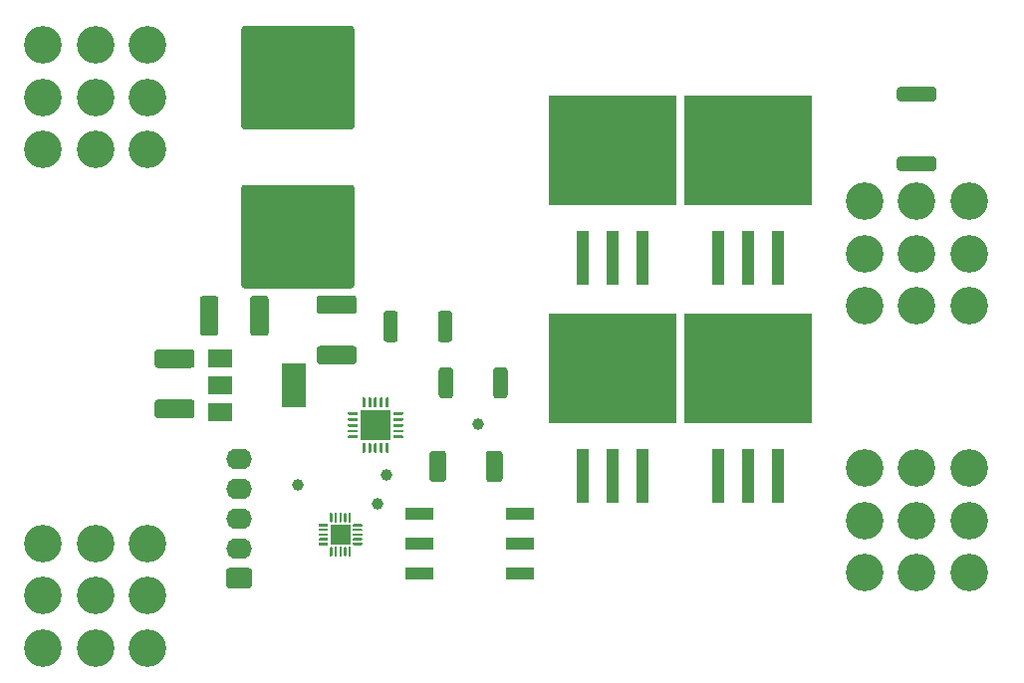
<source format=gts>
G04 #@! TF.GenerationSoftware,KiCad,Pcbnew,(5.1.10)-1*
G04 #@! TF.CreationDate,2021-06-12T15:14:09-04:00*
G04 #@! TF.ProjectId,Motor Controller 2020,4d6f746f-7220-4436-9f6e-74726f6c6c65,rev?*
G04 #@! TF.SameCoordinates,Original*
G04 #@! TF.FileFunction,Soldermask,Top*
G04 #@! TF.FilePolarity,Negative*
%FSLAX46Y46*%
G04 Gerber Fmt 4.6, Leading zero omitted, Abs format (unit mm)*
G04 Created by KiCad (PCBNEW (5.1.10)-1) date 2021-06-12 15:14:09*
%MOMM*%
%LPD*%
G01*
G04 APERTURE LIST*
%ADD10C,3.200000*%
%ADD11R,2.440000X1.120000*%
%ADD12R,2.000000X3.800000*%
%ADD13R,2.000000X1.500000*%
%ADD14O,2.190000X1.740000*%
%ADD15R,1.100000X4.600000*%
%ADD16R,10.800000X9.400000*%
%ADD17R,2.600000X2.600000*%
%ADD18C,0.150000*%
%ADD19R,1.700000X1.700000*%
%ADD20C,1.000000*%
G04 APERTURE END LIST*
D10*
X166200000Y-65000000D03*
X166200000Y-69435000D03*
X170635000Y-65000000D03*
X166200000Y-60565000D03*
X161765000Y-65000000D03*
X161765000Y-69435000D03*
X161765000Y-60565000D03*
X170635000Y-60565000D03*
X170635000Y-69435000D03*
D11*
X132505000Y-92202000D03*
X123895000Y-87122000D03*
X132505000Y-89662000D03*
X123895000Y-89662000D03*
X132505000Y-87122000D03*
X123895000Y-92202000D03*
D12*
X113259000Y-76200000D03*
D13*
X106959000Y-76200000D03*
X106959000Y-78500000D03*
X106959000Y-73900000D03*
G36*
G01*
X109445001Y-93470000D02*
X107754999Y-93470000D01*
G75*
G02*
X107505000Y-93220001I0J249999D01*
G01*
X107505000Y-91979999D01*
G75*
G02*
X107754999Y-91730000I249999J0D01*
G01*
X109445001Y-91730000D01*
G75*
G02*
X109695000Y-91979999I0J-249999D01*
G01*
X109695000Y-93220001D01*
G75*
G02*
X109445001Y-93470000I-249999J0D01*
G01*
G37*
D14*
X108600000Y-90060000D03*
X108600000Y-87520000D03*
X108600000Y-84980000D03*
X108600000Y-82440000D03*
G36*
G01*
X101673998Y-77423000D02*
X104574002Y-77423000D01*
G75*
G02*
X104824000Y-77672998I0J-249998D01*
G01*
X104824000Y-78748002D01*
G75*
G02*
X104574002Y-78998000I-249998J0D01*
G01*
X101673998Y-78998000D01*
G75*
G02*
X101424000Y-78748002I0J249998D01*
G01*
X101424000Y-77672998D01*
G75*
G02*
X101673998Y-77423000I249998J0D01*
G01*
G37*
G36*
G01*
X101673998Y-73148000D02*
X104574002Y-73148000D01*
G75*
G02*
X104824000Y-73397998I0J-249998D01*
G01*
X104824000Y-74473002D01*
G75*
G02*
X104574002Y-74723000I-249998J0D01*
G01*
X101673998Y-74723000D01*
G75*
G02*
X101424000Y-74473002I0J249998D01*
G01*
X101424000Y-73397998D01*
G75*
G02*
X101673998Y-73148000I249998J0D01*
G01*
G37*
G36*
G01*
X109049997Y-59150000D02*
X118150003Y-59150000D01*
G75*
G02*
X118400000Y-59399997I0J-249997D01*
G01*
X118400000Y-67700003D01*
G75*
G02*
X118150003Y-67950000I-249997J0D01*
G01*
X109049997Y-67950000D01*
G75*
G02*
X108800000Y-67700003I0J249997D01*
G01*
X108800000Y-59399997D01*
G75*
G02*
X109049997Y-59150000I249997J0D01*
G01*
G37*
G36*
G01*
X109049997Y-45650000D02*
X118150003Y-45650000D01*
G75*
G02*
X118400000Y-45899997I0J-249997D01*
G01*
X118400000Y-54200003D01*
G75*
G02*
X118150003Y-54450000I-249997J0D01*
G01*
X109049997Y-54450000D01*
G75*
G02*
X108800000Y-54200003I0J249997D01*
G01*
X108800000Y-45899997D01*
G75*
G02*
X109049997Y-45650000I249997J0D01*
G01*
G37*
D10*
X100828000Y-56135000D03*
X100828000Y-47265000D03*
X91958000Y-47265000D03*
X91958000Y-56135000D03*
X91958000Y-51700000D03*
X96393000Y-47265000D03*
X100828000Y-51700000D03*
X96393000Y-56135000D03*
X96393000Y-51700000D03*
X96400000Y-94100000D03*
X96400000Y-98535000D03*
X100835000Y-94100000D03*
X96400000Y-89665000D03*
X91965000Y-94100000D03*
X91965000Y-98535000D03*
X91965000Y-89665000D03*
X100835000Y-89665000D03*
X100835000Y-98535000D03*
X170635000Y-92135000D03*
X170635000Y-83265000D03*
X161765000Y-83265000D03*
X161765000Y-92135000D03*
X161765000Y-87700000D03*
X166200000Y-83265000D03*
X170635000Y-87700000D03*
X166200000Y-92135000D03*
X166200000Y-87700000D03*
D15*
X137795000Y-65376000D03*
X140335000Y-65376000D03*
X142875000Y-65376000D03*
D16*
X140335000Y-56226000D03*
X140354000Y-74780000D03*
D15*
X142894000Y-83930000D03*
X140354000Y-83930000D03*
X137814000Y-83930000D03*
D16*
X151873000Y-56238000D03*
D15*
X154413000Y-65388000D03*
X151873000Y-65388000D03*
X149333000Y-65388000D03*
X149352000Y-83918000D03*
X151892000Y-83918000D03*
X154432000Y-83918000D03*
D16*
X151892000Y-74768000D03*
G36*
G01*
X167625001Y-57975000D02*
X164774999Y-57975000D01*
G75*
G02*
X164525000Y-57725001I0J249999D01*
G01*
X164525000Y-56999999D01*
G75*
G02*
X164774999Y-56750000I249999J0D01*
G01*
X167625001Y-56750000D01*
G75*
G02*
X167875000Y-56999999I0J-249999D01*
G01*
X167875000Y-57725001D01*
G75*
G02*
X167625001Y-57975000I-249999J0D01*
G01*
G37*
G36*
G01*
X167625001Y-52050000D02*
X164774999Y-52050000D01*
G75*
G02*
X164525000Y-51800001I0J249999D01*
G01*
X164525000Y-51074999D01*
G75*
G02*
X164774999Y-50825000I249999J0D01*
G01*
X167625001Y-50825000D01*
G75*
G02*
X167875000Y-51074999I0J-249999D01*
G01*
X167875000Y-51800001D01*
G75*
G02*
X167625001Y-52050000I-249999J0D01*
G01*
G37*
G36*
G01*
X120875000Y-72275001D02*
X120875000Y-70124999D01*
G75*
G02*
X121124999Y-69875000I249999J0D01*
G01*
X121850001Y-69875000D01*
G75*
G02*
X122100000Y-70124999I0J-249999D01*
G01*
X122100000Y-72275001D01*
G75*
G02*
X121850001Y-72525000I-249999J0D01*
G01*
X121124999Y-72525000D01*
G75*
G02*
X120875000Y-72275001I0J249999D01*
G01*
G37*
G36*
G01*
X125500000Y-72275001D02*
X125500000Y-70124999D01*
G75*
G02*
X125749999Y-69875000I249999J0D01*
G01*
X126475001Y-69875000D01*
G75*
G02*
X126725000Y-70124999I0J-249999D01*
G01*
X126725000Y-72275001D01*
G75*
G02*
X126475001Y-72525000I-249999J0D01*
G01*
X125749999Y-72525000D01*
G75*
G02*
X125500000Y-72275001I0J249999D01*
G01*
G37*
G36*
G01*
X130200000Y-77075001D02*
X130200000Y-74924999D01*
G75*
G02*
X130449999Y-74675000I249999J0D01*
G01*
X131175001Y-74675000D01*
G75*
G02*
X131425000Y-74924999I0J-249999D01*
G01*
X131425000Y-77075001D01*
G75*
G02*
X131175001Y-77325000I-249999J0D01*
G01*
X130449999Y-77325000D01*
G75*
G02*
X130200000Y-77075001I0J249999D01*
G01*
G37*
G36*
G01*
X125575000Y-77075001D02*
X125575000Y-74924999D01*
G75*
G02*
X125824999Y-74675000I249999J0D01*
G01*
X126550001Y-74675000D01*
G75*
G02*
X126800000Y-74924999I0J-249999D01*
G01*
X126800000Y-77075001D01*
G75*
G02*
X126550001Y-77325000I-249999J0D01*
G01*
X125824999Y-77325000D01*
G75*
G02*
X125575000Y-77075001I0J249999D01*
G01*
G37*
G36*
G01*
X115449998Y-68575000D02*
X118350002Y-68575000D01*
G75*
G02*
X118600000Y-68824998I0J-249998D01*
G01*
X118600000Y-69900002D01*
G75*
G02*
X118350002Y-70150000I-249998J0D01*
G01*
X115449998Y-70150000D01*
G75*
G02*
X115200000Y-69900002I0J249998D01*
G01*
X115200000Y-68824998D01*
G75*
G02*
X115449998Y-68575000I249998J0D01*
G01*
G37*
G36*
G01*
X115449998Y-72850000D02*
X118350002Y-72850000D01*
G75*
G02*
X118600000Y-73099998I0J-249998D01*
G01*
X118600000Y-74175002D01*
G75*
G02*
X118350002Y-74425000I-249998J0D01*
G01*
X115449998Y-74425000D01*
G75*
G02*
X115200000Y-74175002I0J249998D01*
G01*
X115200000Y-73099998D01*
G75*
G02*
X115449998Y-72850000I249998J0D01*
G01*
G37*
G36*
G01*
X131000000Y-82024999D02*
X131000000Y-84175001D01*
G75*
G02*
X130750001Y-84425000I-249999J0D01*
G01*
X129849999Y-84425000D01*
G75*
G02*
X129600000Y-84175001I0J249999D01*
G01*
X129600000Y-82024999D01*
G75*
G02*
X129849999Y-81775000I249999J0D01*
G01*
X130750001Y-81775000D01*
G75*
G02*
X131000000Y-82024999I0J-249999D01*
G01*
G37*
G36*
G01*
X126200000Y-82024999D02*
X126200000Y-84175001D01*
G75*
G02*
X125950001Y-84425000I-249999J0D01*
G01*
X125049999Y-84425000D01*
G75*
G02*
X124800000Y-84175001I0J249999D01*
G01*
X124800000Y-82024999D01*
G75*
G02*
X125049999Y-81775000I249999J0D01*
G01*
X125950001Y-81775000D01*
G75*
G02*
X126200000Y-82024999I0J-249999D01*
G01*
G37*
G36*
G01*
X122550000Y-80537500D02*
X122550000Y-80662500D01*
G75*
G02*
X122487500Y-80725000I-62500J0D01*
G01*
X121762500Y-80725000D01*
G75*
G02*
X121700000Y-80662500I0J62500D01*
G01*
X121700000Y-80537500D01*
G75*
G02*
X121762500Y-80475000I62500J0D01*
G01*
X122487500Y-80475000D01*
G75*
G02*
X122550000Y-80537500I0J-62500D01*
G01*
G37*
G36*
G01*
X122550000Y-80037500D02*
X122550000Y-80162500D01*
G75*
G02*
X122487500Y-80225000I-62500J0D01*
G01*
X121762500Y-80225000D01*
G75*
G02*
X121700000Y-80162500I0J62500D01*
G01*
X121700000Y-80037500D01*
G75*
G02*
X121762500Y-79975000I62500J0D01*
G01*
X122487500Y-79975000D01*
G75*
G02*
X122550000Y-80037500I0J-62500D01*
G01*
G37*
G36*
G01*
X122550000Y-79537500D02*
X122550000Y-79662500D01*
G75*
G02*
X122487500Y-79725000I-62500J0D01*
G01*
X121762500Y-79725000D01*
G75*
G02*
X121700000Y-79662500I0J62500D01*
G01*
X121700000Y-79537500D01*
G75*
G02*
X121762500Y-79475000I62500J0D01*
G01*
X122487500Y-79475000D01*
G75*
G02*
X122550000Y-79537500I0J-62500D01*
G01*
G37*
G36*
G01*
X122550000Y-79037500D02*
X122550000Y-79162500D01*
G75*
G02*
X122487500Y-79225000I-62500J0D01*
G01*
X121762500Y-79225000D01*
G75*
G02*
X121700000Y-79162500I0J62500D01*
G01*
X121700000Y-79037500D01*
G75*
G02*
X121762500Y-78975000I62500J0D01*
G01*
X122487500Y-78975000D01*
G75*
G02*
X122550000Y-79037500I0J-62500D01*
G01*
G37*
G36*
G01*
X122550000Y-78537500D02*
X122550000Y-78662500D01*
G75*
G02*
X122487500Y-78725000I-62500J0D01*
G01*
X121762500Y-78725000D01*
G75*
G02*
X121700000Y-78662500I0J62500D01*
G01*
X121700000Y-78537500D01*
G75*
G02*
X121762500Y-78475000I62500J0D01*
G01*
X122487500Y-78475000D01*
G75*
G02*
X122550000Y-78537500I0J-62500D01*
G01*
G37*
G36*
G01*
X121325000Y-77312500D02*
X121325000Y-78037500D01*
G75*
G02*
X121262500Y-78100000I-62500J0D01*
G01*
X121137500Y-78100000D01*
G75*
G02*
X121075000Y-78037500I0J62500D01*
G01*
X121075000Y-77312500D01*
G75*
G02*
X121137500Y-77250000I62500J0D01*
G01*
X121262500Y-77250000D01*
G75*
G02*
X121325000Y-77312500I0J-62500D01*
G01*
G37*
G36*
G01*
X120825000Y-77312500D02*
X120825000Y-78037500D01*
G75*
G02*
X120762500Y-78100000I-62500J0D01*
G01*
X120637500Y-78100000D01*
G75*
G02*
X120575000Y-78037500I0J62500D01*
G01*
X120575000Y-77312500D01*
G75*
G02*
X120637500Y-77250000I62500J0D01*
G01*
X120762500Y-77250000D01*
G75*
G02*
X120825000Y-77312500I0J-62500D01*
G01*
G37*
G36*
G01*
X120325000Y-77312500D02*
X120325000Y-78037500D01*
G75*
G02*
X120262500Y-78100000I-62500J0D01*
G01*
X120137500Y-78100000D01*
G75*
G02*
X120075000Y-78037500I0J62500D01*
G01*
X120075000Y-77312500D01*
G75*
G02*
X120137500Y-77250000I62500J0D01*
G01*
X120262500Y-77250000D01*
G75*
G02*
X120325000Y-77312500I0J-62500D01*
G01*
G37*
G36*
G01*
X119825000Y-77312500D02*
X119825000Y-78037500D01*
G75*
G02*
X119762500Y-78100000I-62500J0D01*
G01*
X119637500Y-78100000D01*
G75*
G02*
X119575000Y-78037500I0J62500D01*
G01*
X119575000Y-77312500D01*
G75*
G02*
X119637500Y-77250000I62500J0D01*
G01*
X119762500Y-77250000D01*
G75*
G02*
X119825000Y-77312500I0J-62500D01*
G01*
G37*
G36*
G01*
X119325000Y-77312500D02*
X119325000Y-78037500D01*
G75*
G02*
X119262500Y-78100000I-62500J0D01*
G01*
X119137500Y-78100000D01*
G75*
G02*
X119075000Y-78037500I0J62500D01*
G01*
X119075000Y-77312500D01*
G75*
G02*
X119137500Y-77250000I62500J0D01*
G01*
X119262500Y-77250000D01*
G75*
G02*
X119325000Y-77312500I0J-62500D01*
G01*
G37*
G36*
G01*
X118700000Y-78537500D02*
X118700000Y-78662500D01*
G75*
G02*
X118637500Y-78725000I-62500J0D01*
G01*
X117912500Y-78725000D01*
G75*
G02*
X117850000Y-78662500I0J62500D01*
G01*
X117850000Y-78537500D01*
G75*
G02*
X117912500Y-78475000I62500J0D01*
G01*
X118637500Y-78475000D01*
G75*
G02*
X118700000Y-78537500I0J-62500D01*
G01*
G37*
G36*
G01*
X118700000Y-79037500D02*
X118700000Y-79162500D01*
G75*
G02*
X118637500Y-79225000I-62500J0D01*
G01*
X117912500Y-79225000D01*
G75*
G02*
X117850000Y-79162500I0J62500D01*
G01*
X117850000Y-79037500D01*
G75*
G02*
X117912500Y-78975000I62500J0D01*
G01*
X118637500Y-78975000D01*
G75*
G02*
X118700000Y-79037500I0J-62500D01*
G01*
G37*
G36*
G01*
X118700000Y-79537500D02*
X118700000Y-79662500D01*
G75*
G02*
X118637500Y-79725000I-62500J0D01*
G01*
X117912500Y-79725000D01*
G75*
G02*
X117850000Y-79662500I0J62500D01*
G01*
X117850000Y-79537500D01*
G75*
G02*
X117912500Y-79475000I62500J0D01*
G01*
X118637500Y-79475000D01*
G75*
G02*
X118700000Y-79537500I0J-62500D01*
G01*
G37*
G36*
G01*
X118700000Y-80037500D02*
X118700000Y-80162500D01*
G75*
G02*
X118637500Y-80225000I-62500J0D01*
G01*
X117912500Y-80225000D01*
G75*
G02*
X117850000Y-80162500I0J62500D01*
G01*
X117850000Y-80037500D01*
G75*
G02*
X117912500Y-79975000I62500J0D01*
G01*
X118637500Y-79975000D01*
G75*
G02*
X118700000Y-80037500I0J-62500D01*
G01*
G37*
G36*
G01*
X118700000Y-80537500D02*
X118700000Y-80662500D01*
G75*
G02*
X118637500Y-80725000I-62500J0D01*
G01*
X117912500Y-80725000D01*
G75*
G02*
X117850000Y-80662500I0J62500D01*
G01*
X117850000Y-80537500D01*
G75*
G02*
X117912500Y-80475000I62500J0D01*
G01*
X118637500Y-80475000D01*
G75*
G02*
X118700000Y-80537500I0J-62500D01*
G01*
G37*
G36*
G01*
X119325000Y-81162500D02*
X119325000Y-81887500D01*
G75*
G02*
X119262500Y-81950000I-62500J0D01*
G01*
X119137500Y-81950000D01*
G75*
G02*
X119075000Y-81887500I0J62500D01*
G01*
X119075000Y-81162500D01*
G75*
G02*
X119137500Y-81100000I62500J0D01*
G01*
X119262500Y-81100000D01*
G75*
G02*
X119325000Y-81162500I0J-62500D01*
G01*
G37*
G36*
G01*
X119825000Y-81162500D02*
X119825000Y-81887500D01*
G75*
G02*
X119762500Y-81950000I-62500J0D01*
G01*
X119637500Y-81950000D01*
G75*
G02*
X119575000Y-81887500I0J62500D01*
G01*
X119575000Y-81162500D01*
G75*
G02*
X119637500Y-81100000I62500J0D01*
G01*
X119762500Y-81100000D01*
G75*
G02*
X119825000Y-81162500I0J-62500D01*
G01*
G37*
G36*
G01*
X120325000Y-81162500D02*
X120325000Y-81887500D01*
G75*
G02*
X120262500Y-81950000I-62500J0D01*
G01*
X120137500Y-81950000D01*
G75*
G02*
X120075000Y-81887500I0J62500D01*
G01*
X120075000Y-81162500D01*
G75*
G02*
X120137500Y-81100000I62500J0D01*
G01*
X120262500Y-81100000D01*
G75*
G02*
X120325000Y-81162500I0J-62500D01*
G01*
G37*
G36*
G01*
X120825000Y-81162500D02*
X120825000Y-81887500D01*
G75*
G02*
X120762500Y-81950000I-62500J0D01*
G01*
X120637500Y-81950000D01*
G75*
G02*
X120575000Y-81887500I0J62500D01*
G01*
X120575000Y-81162500D01*
G75*
G02*
X120637500Y-81100000I62500J0D01*
G01*
X120762500Y-81100000D01*
G75*
G02*
X120825000Y-81162500I0J-62500D01*
G01*
G37*
G36*
G01*
X121325000Y-81162500D02*
X121325000Y-81887500D01*
G75*
G02*
X121262500Y-81950000I-62500J0D01*
G01*
X121137500Y-81950000D01*
G75*
G02*
X121075000Y-81887500I0J62500D01*
G01*
X121075000Y-81162500D01*
G75*
G02*
X121137500Y-81100000I62500J0D01*
G01*
X121262500Y-81100000D01*
G75*
G02*
X121325000Y-81162500I0J-62500D01*
G01*
G37*
D17*
X120200000Y-79600000D03*
G36*
G01*
X105275000Y-71750002D02*
X105275000Y-68849998D01*
G75*
G02*
X105524998Y-68600000I249998J0D01*
G01*
X106600002Y-68600000D01*
G75*
G02*
X106850000Y-68849998I0J-249998D01*
G01*
X106850000Y-71750002D01*
G75*
G02*
X106600002Y-72000000I-249998J0D01*
G01*
X105524998Y-72000000D01*
G75*
G02*
X105275000Y-71750002I0J249998D01*
G01*
G37*
G36*
G01*
X109550000Y-71750002D02*
X109550000Y-68849998D01*
G75*
G02*
X109799998Y-68600000I249998J0D01*
G01*
X110875002Y-68600000D01*
G75*
G02*
X111125000Y-68849998I0J-249998D01*
G01*
X111125000Y-71750002D01*
G75*
G02*
X110875002Y-72000000I-249998J0D01*
G01*
X109799998Y-72000000D01*
G75*
G02*
X109550000Y-71750002I0J249998D01*
G01*
G37*
D18*
G36*
X118361956Y-89799039D02*
G01*
X118352577Y-89796194D01*
X118343932Y-89791573D01*
X118336356Y-89785355D01*
X118285645Y-89734644D01*
X118279427Y-89727068D01*
X118274806Y-89718423D01*
X118271961Y-89709044D01*
X118271000Y-89699289D01*
X118271000Y-89650000D01*
X118271961Y-89640245D01*
X118274806Y-89630866D01*
X118279427Y-89622221D01*
X118285645Y-89614645D01*
X118293221Y-89608427D01*
X118301866Y-89603806D01*
X118311245Y-89600961D01*
X118321000Y-89600000D01*
X119021000Y-89600000D01*
X119030755Y-89600961D01*
X119040134Y-89603806D01*
X119048779Y-89608427D01*
X119056355Y-89614645D01*
X119062573Y-89622221D01*
X119067194Y-89630866D01*
X119070039Y-89640245D01*
X119071000Y-89650000D01*
X119071000Y-89750000D01*
X119070039Y-89759755D01*
X119067194Y-89769134D01*
X119062573Y-89777779D01*
X119056355Y-89785355D01*
X119048779Y-89791573D01*
X119040134Y-89796194D01*
X119030755Y-89799039D01*
X119021000Y-89800000D01*
X118371711Y-89800000D01*
X118361956Y-89799039D01*
G37*
G36*
G01*
X119071000Y-89250000D02*
X119071000Y-89350000D01*
G75*
G02*
X119021000Y-89400000I-50000J0D01*
G01*
X118321000Y-89400000D01*
G75*
G02*
X118271000Y-89350000I0J50000D01*
G01*
X118271000Y-89250000D01*
G75*
G02*
X118321000Y-89200000I50000J0D01*
G01*
X119021000Y-89200000D01*
G75*
G02*
X119071000Y-89250000I0J-50000D01*
G01*
G37*
G36*
G01*
X119071000Y-88850000D02*
X119071000Y-88950000D01*
G75*
G02*
X119021000Y-89000000I-50000J0D01*
G01*
X118321000Y-89000000D01*
G75*
G02*
X118271000Y-88950000I0J50000D01*
G01*
X118271000Y-88850000D01*
G75*
G02*
X118321000Y-88800000I50000J0D01*
G01*
X119021000Y-88800000D01*
G75*
G02*
X119071000Y-88850000I0J-50000D01*
G01*
G37*
G36*
G01*
X119071000Y-88450000D02*
X119071000Y-88550000D01*
G75*
G02*
X119021000Y-88600000I-50000J0D01*
G01*
X118321000Y-88600000D01*
G75*
G02*
X118271000Y-88550000I0J50000D01*
G01*
X118271000Y-88450000D01*
G75*
G02*
X118321000Y-88400000I50000J0D01*
G01*
X119021000Y-88400000D01*
G75*
G02*
X119071000Y-88450000I0J-50000D01*
G01*
G37*
G36*
X118311245Y-88199039D02*
G01*
X118301866Y-88196194D01*
X118293221Y-88191573D01*
X118285645Y-88185355D01*
X118279427Y-88177779D01*
X118274806Y-88169134D01*
X118271961Y-88159755D01*
X118271000Y-88150000D01*
X118271000Y-88100711D01*
X118271961Y-88090956D01*
X118274806Y-88081577D01*
X118279427Y-88072932D01*
X118285645Y-88065356D01*
X118336356Y-88014645D01*
X118343932Y-88008427D01*
X118352577Y-88003806D01*
X118361956Y-88000961D01*
X118371711Y-88000000D01*
X119021000Y-88000000D01*
X119030755Y-88000961D01*
X119040134Y-88003806D01*
X119048779Y-88008427D01*
X119056355Y-88014645D01*
X119062573Y-88022221D01*
X119067194Y-88030866D01*
X119070039Y-88040245D01*
X119071000Y-88050000D01*
X119071000Y-88150000D01*
X119070039Y-88159755D01*
X119067194Y-88169134D01*
X119062573Y-88177779D01*
X119056355Y-88185355D01*
X119048779Y-88191573D01*
X119040134Y-88196194D01*
X119030755Y-88199039D01*
X119021000Y-88200000D01*
X118321000Y-88200000D01*
X118311245Y-88199039D01*
G37*
G36*
X117961245Y-87849039D02*
G01*
X117951866Y-87846194D01*
X117943221Y-87841573D01*
X117935645Y-87835355D01*
X117929427Y-87827779D01*
X117924806Y-87819134D01*
X117921961Y-87809755D01*
X117921000Y-87800000D01*
X117921000Y-87100000D01*
X117921961Y-87090245D01*
X117924806Y-87080866D01*
X117929427Y-87072221D01*
X117935645Y-87064645D01*
X117943221Y-87058427D01*
X117951866Y-87053806D01*
X117961245Y-87050961D01*
X117971000Y-87050000D01*
X118071000Y-87050000D01*
X118080755Y-87050961D01*
X118090134Y-87053806D01*
X118098779Y-87058427D01*
X118106355Y-87064645D01*
X118112573Y-87072221D01*
X118117194Y-87080866D01*
X118120039Y-87090245D01*
X118121000Y-87100000D01*
X118121000Y-87749289D01*
X118120039Y-87759044D01*
X118117194Y-87768423D01*
X118112573Y-87777068D01*
X118106355Y-87784644D01*
X118055644Y-87835355D01*
X118048068Y-87841573D01*
X118039423Y-87846194D01*
X118030044Y-87849039D01*
X118020289Y-87850000D01*
X117971000Y-87850000D01*
X117961245Y-87849039D01*
G37*
G36*
G01*
X117721000Y-87100000D02*
X117721000Y-87800000D01*
G75*
G02*
X117671000Y-87850000I-50000J0D01*
G01*
X117571000Y-87850000D01*
G75*
G02*
X117521000Y-87800000I0J50000D01*
G01*
X117521000Y-87100000D01*
G75*
G02*
X117571000Y-87050000I50000J0D01*
G01*
X117671000Y-87050000D01*
G75*
G02*
X117721000Y-87100000I0J-50000D01*
G01*
G37*
G36*
G01*
X117321000Y-87100000D02*
X117321000Y-87800000D01*
G75*
G02*
X117271000Y-87850000I-50000J0D01*
G01*
X117171000Y-87850000D01*
G75*
G02*
X117121000Y-87800000I0J50000D01*
G01*
X117121000Y-87100000D01*
G75*
G02*
X117171000Y-87050000I50000J0D01*
G01*
X117271000Y-87050000D01*
G75*
G02*
X117321000Y-87100000I0J-50000D01*
G01*
G37*
G36*
G01*
X116921000Y-87100000D02*
X116921000Y-87800000D01*
G75*
G02*
X116871000Y-87850000I-50000J0D01*
G01*
X116771000Y-87850000D01*
G75*
G02*
X116721000Y-87800000I0J50000D01*
G01*
X116721000Y-87100000D01*
G75*
G02*
X116771000Y-87050000I50000J0D01*
G01*
X116871000Y-87050000D01*
G75*
G02*
X116921000Y-87100000I0J-50000D01*
G01*
G37*
G36*
X116411956Y-87849039D02*
G01*
X116402577Y-87846194D01*
X116393932Y-87841573D01*
X116386356Y-87835355D01*
X116335645Y-87784644D01*
X116329427Y-87777068D01*
X116324806Y-87768423D01*
X116321961Y-87759044D01*
X116321000Y-87749289D01*
X116321000Y-87100000D01*
X116321961Y-87090245D01*
X116324806Y-87080866D01*
X116329427Y-87072221D01*
X116335645Y-87064645D01*
X116343221Y-87058427D01*
X116351866Y-87053806D01*
X116361245Y-87050961D01*
X116371000Y-87050000D01*
X116471000Y-87050000D01*
X116480755Y-87050961D01*
X116490134Y-87053806D01*
X116498779Y-87058427D01*
X116506355Y-87064645D01*
X116512573Y-87072221D01*
X116517194Y-87080866D01*
X116520039Y-87090245D01*
X116521000Y-87100000D01*
X116521000Y-87800000D01*
X116520039Y-87809755D01*
X116517194Y-87819134D01*
X116512573Y-87827779D01*
X116506355Y-87835355D01*
X116498779Y-87841573D01*
X116490134Y-87846194D01*
X116480755Y-87849039D01*
X116471000Y-87850000D01*
X116421711Y-87850000D01*
X116411956Y-87849039D01*
G37*
G36*
X115411245Y-88199039D02*
G01*
X115401866Y-88196194D01*
X115393221Y-88191573D01*
X115385645Y-88185355D01*
X115379427Y-88177779D01*
X115374806Y-88169134D01*
X115371961Y-88159755D01*
X115371000Y-88150000D01*
X115371000Y-88050000D01*
X115371961Y-88040245D01*
X115374806Y-88030866D01*
X115379427Y-88022221D01*
X115385645Y-88014645D01*
X115393221Y-88008427D01*
X115401866Y-88003806D01*
X115411245Y-88000961D01*
X115421000Y-88000000D01*
X116070289Y-88000000D01*
X116080044Y-88000961D01*
X116089423Y-88003806D01*
X116098068Y-88008427D01*
X116105644Y-88014645D01*
X116156355Y-88065356D01*
X116162573Y-88072932D01*
X116167194Y-88081577D01*
X116170039Y-88090956D01*
X116171000Y-88100711D01*
X116171000Y-88150000D01*
X116170039Y-88159755D01*
X116167194Y-88169134D01*
X116162573Y-88177779D01*
X116156355Y-88185355D01*
X116148779Y-88191573D01*
X116140134Y-88196194D01*
X116130755Y-88199039D01*
X116121000Y-88200000D01*
X115421000Y-88200000D01*
X115411245Y-88199039D01*
G37*
G36*
G01*
X116171000Y-88450000D02*
X116171000Y-88550000D01*
G75*
G02*
X116121000Y-88600000I-50000J0D01*
G01*
X115421000Y-88600000D01*
G75*
G02*
X115371000Y-88550000I0J50000D01*
G01*
X115371000Y-88450000D01*
G75*
G02*
X115421000Y-88400000I50000J0D01*
G01*
X116121000Y-88400000D01*
G75*
G02*
X116171000Y-88450000I0J-50000D01*
G01*
G37*
G36*
G01*
X116171000Y-88850000D02*
X116171000Y-88950000D01*
G75*
G02*
X116121000Y-89000000I-50000J0D01*
G01*
X115421000Y-89000000D01*
G75*
G02*
X115371000Y-88950000I0J50000D01*
G01*
X115371000Y-88850000D01*
G75*
G02*
X115421000Y-88800000I50000J0D01*
G01*
X116121000Y-88800000D01*
G75*
G02*
X116171000Y-88850000I0J-50000D01*
G01*
G37*
G36*
G01*
X116171000Y-89250000D02*
X116171000Y-89350000D01*
G75*
G02*
X116121000Y-89400000I-50000J0D01*
G01*
X115421000Y-89400000D01*
G75*
G02*
X115371000Y-89350000I0J50000D01*
G01*
X115371000Y-89250000D01*
G75*
G02*
X115421000Y-89200000I50000J0D01*
G01*
X116121000Y-89200000D01*
G75*
G02*
X116171000Y-89250000I0J-50000D01*
G01*
G37*
G36*
X115411245Y-89799039D02*
G01*
X115401866Y-89796194D01*
X115393221Y-89791573D01*
X115385645Y-89785355D01*
X115379427Y-89777779D01*
X115374806Y-89769134D01*
X115371961Y-89759755D01*
X115371000Y-89750000D01*
X115371000Y-89650000D01*
X115371961Y-89640245D01*
X115374806Y-89630866D01*
X115379427Y-89622221D01*
X115385645Y-89614645D01*
X115393221Y-89608427D01*
X115401866Y-89603806D01*
X115411245Y-89600961D01*
X115421000Y-89600000D01*
X116121000Y-89600000D01*
X116130755Y-89600961D01*
X116140134Y-89603806D01*
X116148779Y-89608427D01*
X116156355Y-89614645D01*
X116162573Y-89622221D01*
X116167194Y-89630866D01*
X116170039Y-89640245D01*
X116171000Y-89650000D01*
X116171000Y-89699289D01*
X116170039Y-89709044D01*
X116167194Y-89718423D01*
X116162573Y-89727068D01*
X116156355Y-89734644D01*
X116105644Y-89785355D01*
X116098068Y-89791573D01*
X116089423Y-89796194D01*
X116080044Y-89799039D01*
X116070289Y-89800000D01*
X115421000Y-89800000D01*
X115411245Y-89799039D01*
G37*
G36*
X116361245Y-90749039D02*
G01*
X116351866Y-90746194D01*
X116343221Y-90741573D01*
X116335645Y-90735355D01*
X116329427Y-90727779D01*
X116324806Y-90719134D01*
X116321961Y-90709755D01*
X116321000Y-90700000D01*
X116321000Y-90050711D01*
X116321961Y-90040956D01*
X116324806Y-90031577D01*
X116329427Y-90022932D01*
X116335645Y-90015356D01*
X116386356Y-89964645D01*
X116393932Y-89958427D01*
X116402577Y-89953806D01*
X116411956Y-89950961D01*
X116421711Y-89950000D01*
X116471000Y-89950000D01*
X116480755Y-89950961D01*
X116490134Y-89953806D01*
X116498779Y-89958427D01*
X116506355Y-89964645D01*
X116512573Y-89972221D01*
X116517194Y-89980866D01*
X116520039Y-89990245D01*
X116521000Y-90000000D01*
X116521000Y-90700000D01*
X116520039Y-90709755D01*
X116517194Y-90719134D01*
X116512573Y-90727779D01*
X116506355Y-90735355D01*
X116498779Y-90741573D01*
X116490134Y-90746194D01*
X116480755Y-90749039D01*
X116471000Y-90750000D01*
X116371000Y-90750000D01*
X116361245Y-90749039D01*
G37*
G36*
G01*
X116921000Y-90000000D02*
X116921000Y-90700000D01*
G75*
G02*
X116871000Y-90750000I-50000J0D01*
G01*
X116771000Y-90750000D01*
G75*
G02*
X116721000Y-90700000I0J50000D01*
G01*
X116721000Y-90000000D01*
G75*
G02*
X116771000Y-89950000I50000J0D01*
G01*
X116871000Y-89950000D01*
G75*
G02*
X116921000Y-90000000I0J-50000D01*
G01*
G37*
G36*
G01*
X117321000Y-90000000D02*
X117321000Y-90700000D01*
G75*
G02*
X117271000Y-90750000I-50000J0D01*
G01*
X117171000Y-90750000D01*
G75*
G02*
X117121000Y-90700000I0J50000D01*
G01*
X117121000Y-90000000D01*
G75*
G02*
X117171000Y-89950000I50000J0D01*
G01*
X117271000Y-89950000D01*
G75*
G02*
X117321000Y-90000000I0J-50000D01*
G01*
G37*
G36*
G01*
X117721000Y-90000000D02*
X117721000Y-90700000D01*
G75*
G02*
X117671000Y-90750000I-50000J0D01*
G01*
X117571000Y-90750000D01*
G75*
G02*
X117521000Y-90700000I0J50000D01*
G01*
X117521000Y-90000000D01*
G75*
G02*
X117571000Y-89950000I50000J0D01*
G01*
X117671000Y-89950000D01*
G75*
G02*
X117721000Y-90000000I0J-50000D01*
G01*
G37*
G36*
X117961245Y-90749039D02*
G01*
X117951866Y-90746194D01*
X117943221Y-90741573D01*
X117935645Y-90735355D01*
X117929427Y-90727779D01*
X117924806Y-90719134D01*
X117921961Y-90709755D01*
X117921000Y-90700000D01*
X117921000Y-90000000D01*
X117921961Y-89990245D01*
X117924806Y-89980866D01*
X117929427Y-89972221D01*
X117935645Y-89964645D01*
X117943221Y-89958427D01*
X117951866Y-89953806D01*
X117961245Y-89950961D01*
X117971000Y-89950000D01*
X118020289Y-89950000D01*
X118030044Y-89950961D01*
X118039423Y-89953806D01*
X118048068Y-89958427D01*
X118055644Y-89964645D01*
X118106355Y-90015356D01*
X118112573Y-90022932D01*
X118117194Y-90031577D01*
X118120039Y-90040956D01*
X118121000Y-90050711D01*
X118121000Y-90700000D01*
X118120039Y-90709755D01*
X118117194Y-90719134D01*
X118112573Y-90727779D01*
X118106355Y-90735355D01*
X118098779Y-90741573D01*
X118090134Y-90746194D01*
X118080755Y-90749039D01*
X118071000Y-90750000D01*
X117971000Y-90750000D01*
X117961245Y-90749039D01*
G37*
D19*
X117221000Y-88900000D03*
D20*
X121100000Y-83800000D03*
X113600000Y-84700000D03*
X120400000Y-86300000D03*
X128900000Y-79500000D03*
M02*

</source>
